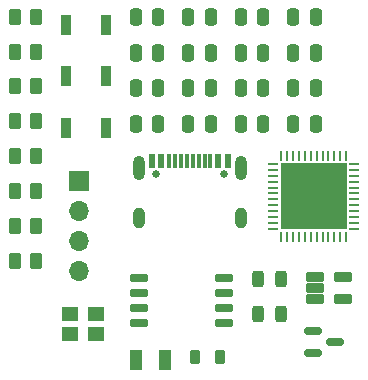
<source format=gbr>
%TF.GenerationSoftware,KiCad,Pcbnew,7.0.8*%
%TF.CreationDate,2023-10-22T22:03:38+02:00*%
%TF.ProjectId,Doodle Drive,446f6f64-6c65-4204-9472-6976652e6b69,1.0V*%
%TF.SameCoordinates,Original*%
%TF.FileFunction,Soldermask,Top*%
%TF.FilePolarity,Negative*%
%FSLAX46Y46*%
G04 Gerber Fmt 4.6, Leading zero omitted, Abs format (unit mm)*
G04 Created by KiCad (PCBNEW 7.0.8) date 2023-10-22 22:03:38*
%MOMM*%
%LPD*%
G01*
G04 APERTURE LIST*
G04 Aperture macros list*
%AMRoundRect*
0 Rectangle with rounded corners*
0 $1 Rounding radius*
0 $2 $3 $4 $5 $6 $7 $8 $9 X,Y pos of 4 corners*
0 Add a 4 corners polygon primitive as box body*
4,1,4,$2,$3,$4,$5,$6,$7,$8,$9,$2,$3,0*
0 Add four circle primitives for the rounded corners*
1,1,$1+$1,$2,$3*
1,1,$1+$1,$4,$5*
1,1,$1+$1,$6,$7*
1,1,$1+$1,$8,$9*
0 Add four rect primitives between the rounded corners*
20,1,$1+$1,$2,$3,$4,$5,0*
20,1,$1+$1,$4,$5,$6,$7,0*
20,1,$1+$1,$6,$7,$8,$9,0*
20,1,$1+$1,$8,$9,$2,$3,0*%
G04 Aperture macros list end*
%ADD10RoundRect,0.250000X-0.250000X-0.475000X0.250000X-0.475000X0.250000X0.475000X-0.250000X0.475000X0*%
%ADD11RoundRect,0.250000X-0.262500X-0.450000X0.262500X-0.450000X0.262500X0.450000X-0.262500X0.450000X0*%
%ADD12RoundRect,0.161000X-0.626000X0.236000X-0.626000X-0.236000X0.626000X-0.236000X0.626000X0.236000X0*%
%ADD13R,1.000000X1.800000*%
%ADD14RoundRect,0.243750X-0.243750X-0.456250X0.243750X-0.456250X0.243750X0.456250X-0.243750X0.456250X0*%
%ADD15C,0.650000*%
%ADD16R,0.600000X1.240000*%
%ADD17R,0.300000X1.240000*%
%ADD18O,1.000000X2.100000*%
%ADD19O,1.000000X1.800000*%
%ADD20RoundRect,0.218750X-0.218750X-0.381250X0.218750X-0.381250X0.218750X0.381250X-0.218750X0.381250X0*%
%ADD21R,0.900000X1.700000*%
%ADD22RoundRect,0.062500X-0.375000X-0.062500X0.375000X-0.062500X0.375000X0.062500X-0.375000X0.062500X0*%
%ADD23RoundRect,0.062500X-0.062500X-0.375000X0.062500X-0.375000X0.062500X0.375000X-0.062500X0.375000X0*%
%ADD24R,5.600000X5.600000*%
%ADD25RoundRect,0.150000X-0.650000X-0.150000X0.650000X-0.150000X0.650000X0.150000X-0.650000X0.150000X0*%
%ADD26R,1.400000X1.200000*%
%ADD27RoundRect,0.150000X-0.587500X-0.150000X0.587500X-0.150000X0.587500X0.150000X-0.587500X0.150000X0*%
%ADD28R,1.700000X1.700000*%
%ADD29O,1.700000X1.700000*%
G04 APERTURE END LIST*
D10*
%TO.C,C10*%
X102482500Y-72040000D03*
X104382500Y-72040000D03*
%TD*%
%TO.C,C8*%
X98032500Y-78060000D03*
X99932500Y-78060000D03*
%TD*%
D11*
%TO.C,R8*%
X83340000Y-89650000D03*
X85165000Y-89650000D03*
%TD*%
D12*
%TO.C,U6*%
X108763312Y-91020000D03*
X108763312Y-91970000D03*
X108763312Y-92920000D03*
X111113312Y-92920000D03*
X111113312Y-91020000D03*
%TD*%
D11*
%TO.C,R2*%
X83340000Y-71950000D03*
X85165000Y-71950000D03*
%TD*%
%TO.C,R1*%
X83340000Y-69000000D03*
X85165000Y-69000000D03*
%TD*%
D10*
%TO.C,C6*%
X98032500Y-72040000D03*
X99932500Y-72040000D03*
%TD*%
D13*
%TO.C,Y1*%
X96082500Y-98090000D03*
X93582500Y-98090000D03*
%TD*%
D14*
%TO.C,D1*%
X103965000Y-91165000D03*
X105840000Y-91165000D03*
%TD*%
D10*
%TO.C,C4*%
X93582500Y-78060000D03*
X95482500Y-78060000D03*
%TD*%
%TO.C,C17*%
X106932500Y-75050000D03*
X108832500Y-75050000D03*
%TD*%
%TO.C,C9*%
X102482500Y-69030000D03*
X104382500Y-69030000D03*
%TD*%
D11*
%TO.C,R6*%
X83340000Y-83750000D03*
X85165000Y-83750000D03*
%TD*%
D10*
%TO.C,C12*%
X102482500Y-78060000D03*
X104382500Y-78060000D03*
%TD*%
D15*
%TO.C,J1*%
X95262500Y-82335000D03*
X101042500Y-82335000D03*
D16*
X94952500Y-81215000D03*
X95752500Y-81215000D03*
D17*
X96902500Y-81215000D03*
X97902500Y-81215000D03*
X98402500Y-81215000D03*
X99402500Y-81215000D03*
D16*
X100552500Y-81215000D03*
X101352500Y-81215000D03*
X101352500Y-81215000D03*
X100552500Y-81215000D03*
D17*
X99902500Y-81215000D03*
X98902500Y-81215000D03*
X97402500Y-81215000D03*
X96402500Y-81215000D03*
D16*
X95752500Y-81215000D03*
X94952500Y-81215000D03*
D18*
X93832500Y-81815000D03*
D19*
X93832500Y-86015000D03*
D18*
X102472500Y-81815000D03*
D19*
X102472500Y-86015000D03*
%TD*%
D10*
%TO.C,C13*%
X106932500Y-69030000D03*
X108832500Y-69030000D03*
%TD*%
D20*
%TO.C,L1*%
X98570000Y-97790000D03*
X100695000Y-97790000D03*
%TD*%
D10*
%TO.C,C11*%
X102482500Y-75050000D03*
X104382500Y-75050000D03*
%TD*%
%TO.C,C7*%
X98032500Y-75050000D03*
X99932500Y-75050000D03*
%TD*%
D14*
%TO.C,D2*%
X103965000Y-94205000D03*
X105840000Y-94205000D03*
%TD*%
D11*
%TO.C,R5*%
X83340000Y-80800000D03*
X85165000Y-80800000D03*
%TD*%
D10*
%TO.C,C1*%
X93582500Y-69030000D03*
X95482500Y-69030000D03*
%TD*%
%TO.C,C14*%
X106932500Y-72040000D03*
X108832500Y-72040000D03*
%TD*%
D21*
%TO.C,SW2*%
X87682500Y-74050000D03*
X91082500Y-74050000D03*
%TD*%
D10*
%TO.C,C3*%
X93582500Y-75050000D03*
X95482500Y-75050000D03*
%TD*%
%TO.C,C5*%
X98032500Y-69030000D03*
X99932500Y-69030000D03*
%TD*%
%TO.C,C2*%
X93582500Y-72040000D03*
X95482500Y-72040000D03*
%TD*%
D22*
%TO.C,U1*%
X105205000Y-81460000D03*
X105205000Y-81960000D03*
X105205000Y-82460000D03*
X105205000Y-82960000D03*
X105205000Y-83460000D03*
X105205000Y-83960000D03*
X105205000Y-84460000D03*
X105205000Y-84960000D03*
X105205000Y-85460000D03*
X105205000Y-85960000D03*
X105205000Y-86460000D03*
X105205000Y-86960000D03*
D23*
X105892500Y-87647500D03*
X106392500Y-87647500D03*
X106892500Y-87647500D03*
X107392500Y-87647500D03*
X107892500Y-87647500D03*
X108392500Y-87647500D03*
X108892500Y-87647500D03*
X109392500Y-87647500D03*
X109892500Y-87647500D03*
X110392500Y-87647500D03*
X110892500Y-87647500D03*
X111392500Y-87647500D03*
D22*
X112080000Y-86960000D03*
X112080000Y-86460000D03*
X112080000Y-85960000D03*
X112080000Y-85460000D03*
X112080000Y-84960000D03*
X112080000Y-84460000D03*
X112080000Y-83960000D03*
X112080000Y-83460000D03*
X112080000Y-82960000D03*
X112080000Y-82460000D03*
X112080000Y-81960000D03*
X112080000Y-81460000D03*
D23*
X111392500Y-80772500D03*
X110892500Y-80772500D03*
X110392500Y-80772500D03*
X109892500Y-80772500D03*
X109392500Y-80772500D03*
X108892500Y-80772500D03*
X108392500Y-80772500D03*
X107892500Y-80772500D03*
X107392500Y-80772500D03*
X106892500Y-80772500D03*
X106392500Y-80772500D03*
X105892500Y-80772500D03*
D24*
X108642500Y-84210000D03*
%TD*%
D21*
%TO.C,SW1*%
X87682500Y-69700000D03*
X91082500Y-69700000D03*
%TD*%
D11*
%TO.C,R4*%
X83340000Y-77850000D03*
X85165000Y-77850000D03*
%TD*%
D25*
%TO.C,U8*%
X93882500Y-91125000D03*
X93882500Y-92395000D03*
X93882500Y-93665000D03*
X93882500Y-94935000D03*
X101082500Y-94935000D03*
X101082500Y-93665000D03*
X101082500Y-92395000D03*
X101082500Y-91125000D03*
%TD*%
D26*
%TO.C,Y3*%
X87982500Y-95900000D03*
X90182500Y-95900000D03*
X90182500Y-94200000D03*
X87982500Y-94200000D03*
%TD*%
D27*
%TO.C,D3*%
X108615000Y-95570000D03*
X108615000Y-97470000D03*
X110490000Y-96520000D03*
%TD*%
D28*
%TO.C,J2*%
X88782500Y-82900000D03*
D29*
X88782500Y-85440000D03*
X88782500Y-87980000D03*
X88782500Y-90520000D03*
%TD*%
D21*
%TO.C,SW3*%
X87682500Y-78400000D03*
X91082500Y-78400000D03*
%TD*%
D11*
%TO.C,R3*%
X83340000Y-74900000D03*
X85165000Y-74900000D03*
%TD*%
D10*
%TO.C,C19*%
X106932500Y-78060000D03*
X108832500Y-78060000D03*
%TD*%
D11*
%TO.C,R7*%
X83340000Y-86700000D03*
X85165000Y-86700000D03*
%TD*%
M02*

</source>
